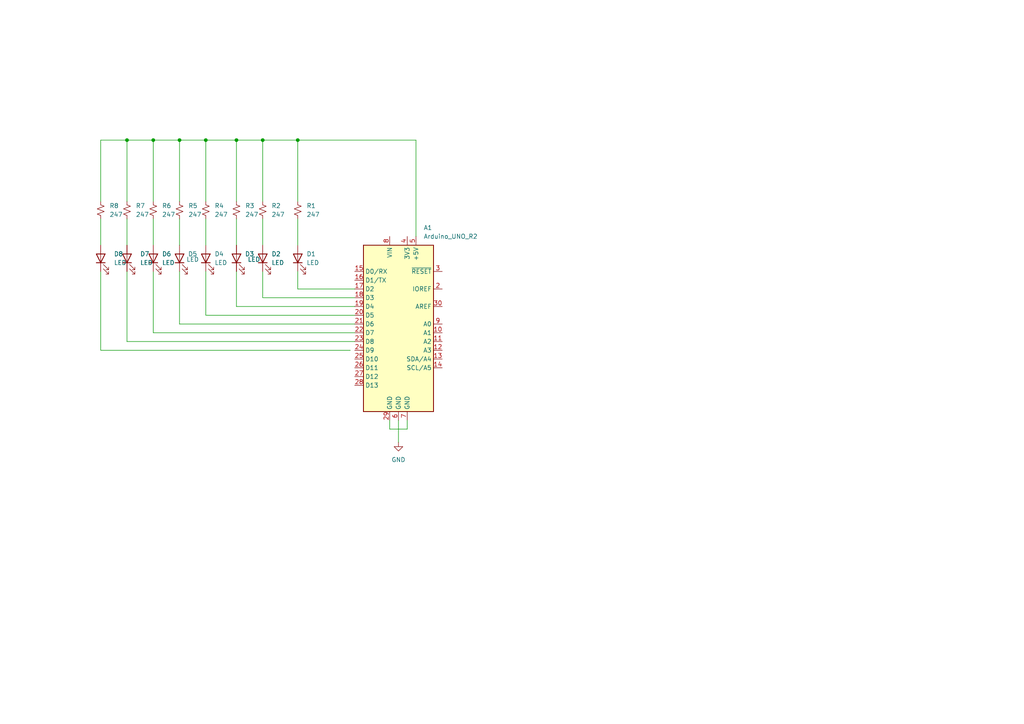
<source format=kicad_sch>
(kicad_sch (version 20230121) (generator eeschema)

  (uuid 8ac08205-34bd-4da9-9fc8-c5f859f4f146)

  (paper "A4")

  (title_block
    (title "ARDUINO UNO SHIELD")
    (date "2024-01-21")
    (rev "1")
    (company "SIMON MUNYUA MUGO")
    (comment 1 "MUMIAS WEST TECHINAL COLLEGAGE")
  )

  (lib_symbols
    (symbol "Device:LED" (pin_numbers hide) (pin_names (offset 1.016) hide) (in_bom yes) (on_board yes)
      (property "Reference" "D" (at 0 2.54 0)
        (effects (font (size 1.27 1.27)))
      )
      (property "Value" "LED" (at 0 -2.54 0)
        (effects (font (size 1.27 1.27)))
      )
      (property "Footprint" "" (at 0 0 0)
        (effects (font (size 1.27 1.27)) hide)
      )
      (property "Datasheet" "~" (at 0 0 0)
        (effects (font (size 1.27 1.27)) hide)
      )
      (property "ki_keywords" "LED diode" (at 0 0 0)
        (effects (font (size 1.27 1.27)) hide)
      )
      (property "ki_description" "Light emitting diode" (at 0 0 0)
        (effects (font (size 1.27 1.27)) hide)
      )
      (property "ki_fp_filters" "LED* LED_SMD:* LED_THT:*" (at 0 0 0)
        (effects (font (size 1.27 1.27)) hide)
      )
      (symbol "LED_0_1"
        (polyline
          (pts
            (xy -1.27 -1.27)
            (xy -1.27 1.27)
          )
          (stroke (width 0.254) (type default))
          (fill (type none))
        )
        (polyline
          (pts
            (xy -1.27 0)
            (xy 1.27 0)
          )
          (stroke (width 0) (type default))
          (fill (type none))
        )
        (polyline
          (pts
            (xy 1.27 -1.27)
            (xy 1.27 1.27)
            (xy -1.27 0)
            (xy 1.27 -1.27)
          )
          (stroke (width 0.254) (type default))
          (fill (type none))
        )
        (polyline
          (pts
            (xy -3.048 -0.762)
            (xy -4.572 -2.286)
            (xy -3.81 -2.286)
            (xy -4.572 -2.286)
            (xy -4.572 -1.524)
          )
          (stroke (width 0) (type default))
          (fill (type none))
        )
        (polyline
          (pts
            (xy -1.778 -0.762)
            (xy -3.302 -2.286)
            (xy -2.54 -2.286)
            (xy -3.302 -2.286)
            (xy -3.302 -1.524)
          )
          (stroke (width 0) (type default))
          (fill (type none))
        )
      )
      (symbol "LED_1_1"
        (pin passive line (at -3.81 0 0) (length 2.54)
          (name "K" (effects (font (size 1.27 1.27))))
          (number "1" (effects (font (size 1.27 1.27))))
        )
        (pin passive line (at 3.81 0 180) (length 2.54)
          (name "A" (effects (font (size 1.27 1.27))))
          (number "2" (effects (font (size 1.27 1.27))))
        )
      )
    )
    (symbol "Device:R_Small_US" (pin_numbers hide) (pin_names (offset 0.254) hide) (in_bom yes) (on_board yes)
      (property "Reference" "R" (at 0.762 0.508 0)
        (effects (font (size 1.27 1.27)) (justify left))
      )
      (property "Value" "R_Small_US" (at 0.762 -1.016 0)
        (effects (font (size 1.27 1.27)) (justify left))
      )
      (property "Footprint" "" (at 0 0 0)
        (effects (font (size 1.27 1.27)) hide)
      )
      (property "Datasheet" "~" (at 0 0 0)
        (effects (font (size 1.27 1.27)) hide)
      )
      (property "ki_keywords" "r resistor" (at 0 0 0)
        (effects (font (size 1.27 1.27)) hide)
      )
      (property "ki_description" "Resistor, small US symbol" (at 0 0 0)
        (effects (font (size 1.27 1.27)) hide)
      )
      (property "ki_fp_filters" "R_*" (at 0 0 0)
        (effects (font (size 1.27 1.27)) hide)
      )
      (symbol "R_Small_US_1_1"
        (polyline
          (pts
            (xy 0 0)
            (xy 1.016 -0.381)
            (xy 0 -0.762)
            (xy -1.016 -1.143)
            (xy 0 -1.524)
          )
          (stroke (width 0) (type default))
          (fill (type none))
        )
        (polyline
          (pts
            (xy 0 1.524)
            (xy 1.016 1.143)
            (xy 0 0.762)
            (xy -1.016 0.381)
            (xy 0 0)
          )
          (stroke (width 0) (type default))
          (fill (type none))
        )
        (pin passive line (at 0 2.54 270) (length 1.016)
          (name "~" (effects (font (size 1.27 1.27))))
          (number "1" (effects (font (size 1.27 1.27))))
        )
        (pin passive line (at 0 -2.54 90) (length 1.016)
          (name "~" (effects (font (size 1.27 1.27))))
          (number "2" (effects (font (size 1.27 1.27))))
        )
      )
    )
    (symbol "MCU_Module:Arduino_UNO_R2" (in_bom yes) (on_board yes)
      (property "Reference" "A" (at -10.16 23.495 0)
        (effects (font (size 1.27 1.27)) (justify left bottom))
      )
      (property "Value" "Arduino_UNO_R2" (at 5.08 -26.67 0)
        (effects (font (size 1.27 1.27)) (justify left top))
      )
      (property "Footprint" "Module:Arduino_UNO_R2" (at 0 0 0)
        (effects (font (size 1.27 1.27) italic) hide)
      )
      (property "Datasheet" "https://www.arduino.cc/en/Main/arduinoBoardUno" (at 0 0 0)
        (effects (font (size 1.27 1.27)) hide)
      )
      (property "ki_keywords" "Arduino UNO R3 Microcontroller Module Atmel AVR USB" (at 0 0 0)
        (effects (font (size 1.27 1.27)) hide)
      )
      (property "ki_description" "Arduino UNO Microcontroller Module, release 2" (at 0 0 0)
        (effects (font (size 1.27 1.27)) hide)
      )
      (property "ki_fp_filters" "Arduino*UNO*R2*" (at 0 0 0)
        (effects (font (size 1.27 1.27)) hide)
      )
      (symbol "Arduino_UNO_R2_0_1"
        (rectangle (start -10.16 22.86) (end 10.16 -25.4)
          (stroke (width 0.254) (type default))
          (fill (type background))
        )
      )
      (symbol "Arduino_UNO_R2_1_1"
        (pin no_connect line (at -10.16 -20.32 0) (length 2.54) hide
          (name "NC" (effects (font (size 1.27 1.27))))
          (number "1" (effects (font (size 1.27 1.27))))
        )
        (pin bidirectional line (at 12.7 -2.54 180) (length 2.54)
          (name "A1" (effects (font (size 1.27 1.27))))
          (number "10" (effects (font (size 1.27 1.27))))
        )
        (pin bidirectional line (at 12.7 -5.08 180) (length 2.54)
          (name "A2" (effects (font (size 1.27 1.27))))
          (number "11" (effects (font (size 1.27 1.27))))
        )
        (pin bidirectional line (at 12.7 -7.62 180) (length 2.54)
          (name "A3" (effects (font (size 1.27 1.27))))
          (number "12" (effects (font (size 1.27 1.27))))
        )
        (pin bidirectional line (at 12.7 -10.16 180) (length 2.54)
          (name "SDA/A4" (effects (font (size 1.27 1.27))))
          (number "13" (effects (font (size 1.27 1.27))))
        )
        (pin bidirectional line (at 12.7 -12.7 180) (length 2.54)
          (name "SCL/A5" (effects (font (size 1.27 1.27))))
          (number "14" (effects (font (size 1.27 1.27))))
        )
        (pin bidirectional line (at -12.7 15.24 0) (length 2.54)
          (name "D0/RX" (effects (font (size 1.27 1.27))))
          (number "15" (effects (font (size 1.27 1.27))))
        )
        (pin bidirectional line (at -12.7 12.7 0) (length 2.54)
          (name "D1/TX" (effects (font (size 1.27 1.27))))
          (number "16" (effects (font (size 1.27 1.27))))
        )
        (pin bidirectional line (at -12.7 10.16 0) (length 2.54)
          (name "D2" (effects (font (size 1.27 1.27))))
          (number "17" (effects (font (size 1.27 1.27))))
        )
        (pin bidirectional line (at -12.7 7.62 0) (length 2.54)
          (name "D3" (effects (font (size 1.27 1.27))))
          (number "18" (effects (font (size 1.27 1.27))))
        )
        (pin bidirectional line (at -12.7 5.08 0) (length 2.54)
          (name "D4" (effects (font (size 1.27 1.27))))
          (number "19" (effects (font (size 1.27 1.27))))
        )
        (pin output line (at 12.7 10.16 180) (length 2.54)
          (name "IOREF" (effects (font (size 1.27 1.27))))
          (number "2" (effects (font (size 1.27 1.27))))
        )
        (pin bidirectional line (at -12.7 2.54 0) (length 2.54)
          (name "D5" (effects (font (size 1.27 1.27))))
          (number "20" (effects (font (size 1.27 1.27))))
        )
        (pin bidirectional line (at -12.7 0 0) (length 2.54)
          (name "D6" (effects (font (size 1.27 1.27))))
          (number "21" (effects (font (size 1.27 1.27))))
        )
        (pin bidirectional line (at -12.7 -2.54 0) (length 2.54)
          (name "D7" (effects (font (size 1.27 1.27))))
          (number "22" (effects (font (size 1.27 1.27))))
        )
        (pin bidirectional line (at -12.7 -5.08 0) (length 2.54)
          (name "D8" (effects (font (size 1.27 1.27))))
          (number "23" (effects (font (size 1.27 1.27))))
        )
        (pin bidirectional line (at -12.7 -7.62 0) (length 2.54)
          (name "D9" (effects (font (size 1.27 1.27))))
          (number "24" (effects (font (size 1.27 1.27))))
        )
        (pin bidirectional line (at -12.7 -10.16 0) (length 2.54)
          (name "D10" (effects (font (size 1.27 1.27))))
          (number "25" (effects (font (size 1.27 1.27))))
        )
        (pin bidirectional line (at -12.7 -12.7 0) (length 2.54)
          (name "D11" (effects (font (size 1.27 1.27))))
          (number "26" (effects (font (size 1.27 1.27))))
        )
        (pin bidirectional line (at -12.7 -15.24 0) (length 2.54)
          (name "D12" (effects (font (size 1.27 1.27))))
          (number "27" (effects (font (size 1.27 1.27))))
        )
        (pin bidirectional line (at -12.7 -17.78 0) (length 2.54)
          (name "D13" (effects (font (size 1.27 1.27))))
          (number "28" (effects (font (size 1.27 1.27))))
        )
        (pin power_in line (at -2.54 -27.94 90) (length 2.54)
          (name "GND" (effects (font (size 1.27 1.27))))
          (number "29" (effects (font (size 1.27 1.27))))
        )
        (pin input line (at 12.7 15.24 180) (length 2.54)
          (name "~{RESET}" (effects (font (size 1.27 1.27))))
          (number "3" (effects (font (size 1.27 1.27))))
        )
        (pin input line (at 12.7 5.08 180) (length 2.54)
          (name "AREF" (effects (font (size 1.27 1.27))))
          (number "30" (effects (font (size 1.27 1.27))))
        )
        (pin power_out line (at 2.54 25.4 270) (length 2.54)
          (name "3V3" (effects (font (size 1.27 1.27))))
          (number "4" (effects (font (size 1.27 1.27))))
        )
        (pin power_out line (at 5.08 25.4 270) (length 2.54)
          (name "+5V" (effects (font (size 1.27 1.27))))
          (number "5" (effects (font (size 1.27 1.27))))
        )
        (pin power_in line (at 0 -27.94 90) (length 2.54)
          (name "GND" (effects (font (size 1.27 1.27))))
          (number "6" (effects (font (size 1.27 1.27))))
        )
        (pin power_in line (at 2.54 -27.94 90) (length 2.54)
          (name "GND" (effects (font (size 1.27 1.27))))
          (number "7" (effects (font (size 1.27 1.27))))
        )
        (pin power_in line (at -2.54 25.4 270) (length 2.54)
          (name "VIN" (effects (font (size 1.27 1.27))))
          (number "8" (effects (font (size 1.27 1.27))))
        )
        (pin bidirectional line (at 12.7 0 180) (length 2.54)
          (name "A0" (effects (font (size 1.27 1.27))))
          (number "9" (effects (font (size 1.27 1.27))))
        )
      )
    )
    (symbol "power:GND" (power) (pin_names (offset 0)) (in_bom yes) (on_board yes)
      (property "Reference" "#PWR" (at 0 -6.35 0)
        (effects (font (size 1.27 1.27)) hide)
      )
      (property "Value" "GND" (at 0 -3.81 0)
        (effects (font (size 1.27 1.27)))
      )
      (property "Footprint" "" (at 0 0 0)
        (effects (font (size 1.27 1.27)) hide)
      )
      (property "Datasheet" "" (at 0 0 0)
        (effects (font (size 1.27 1.27)) hide)
      )
      (property "ki_keywords" "global power" (at 0 0 0)
        (effects (font (size 1.27 1.27)) hide)
      )
      (property "ki_description" "Power symbol creates a global label with name \"GND\" , ground" (at 0 0 0)
        (effects (font (size 1.27 1.27)) hide)
      )
      (symbol "GND_0_1"
        (polyline
          (pts
            (xy 0 0)
            (xy 0 -1.27)
            (xy 1.27 -1.27)
            (xy 0 -2.54)
            (xy -1.27 -1.27)
            (xy 0 -1.27)
          )
          (stroke (width 0) (type default))
          (fill (type none))
        )
      )
      (symbol "GND_1_1"
        (pin power_in line (at 0 0 270) (length 0) hide
          (name "GND" (effects (font (size 1.27 1.27))))
          (number "1" (effects (font (size 1.27 1.27))))
        )
      )
    )
  )

  (junction (at 36.83 40.64) (diameter 0) (color 0 0 0 0)
    (uuid 0c61da14-8905-407b-a18a-0642c3b75b9f)
  )
  (junction (at 76.2 40.64) (diameter 0) (color 0 0 0 0)
    (uuid 48b55d13-3940-4b45-b6a0-c8476b64a26e)
  )
  (junction (at 68.58 40.64) (diameter 0) (color 0 0 0 0)
    (uuid 6c930835-14a6-49ca-8725-229ea9690006)
  )
  (junction (at 44.45 40.64) (diameter 0) (color 0 0 0 0)
    (uuid 7ff02bc3-59c3-4f22-9a4b-e4b04db42725)
  )
  (junction (at 52.07 40.64) (diameter 0) (color 0 0 0 0)
    (uuid add90259-14f3-4a9b-b5ea-f86f0ba2bf8d)
  )
  (junction (at 86.36 40.64) (diameter 0) (color 0 0 0 0)
    (uuid b61be2df-6073-416d-b81d-7718af0013c7)
  )
  (junction (at 59.69 40.64) (diameter 0) (color 0 0 0 0)
    (uuid bce34a9c-ef19-4423-8743-a44b17101ede)
  )

  (wire (pts (xy 29.21 78.74) (xy 29.21 101.6))
    (stroke (width 0) (type default))
    (uuid 02b3a12f-d32c-424e-8248-152a98585375)
  )
  (wire (pts (xy 52.07 93.98) (xy 102.87 93.98))
    (stroke (width 0) (type default))
    (uuid 0753cbaf-122a-4514-aa1b-85f0c594581b)
  )
  (wire (pts (xy 86.36 40.64) (xy 120.65 40.64))
    (stroke (width 0) (type default))
    (uuid 0dc2437a-b05f-4ff3-b8fd-706a3b315740)
  )
  (wire (pts (xy 76.2 86.36) (xy 102.87 86.36))
    (stroke (width 0) (type default))
    (uuid 1d1e0824-c5e8-41e8-9efc-8d92d9697e5e)
  )
  (wire (pts (xy 59.69 78.74) (xy 59.69 91.44))
    (stroke (width 0) (type default))
    (uuid 3603d438-f2b3-4cc6-9c55-e44529178a42)
  )
  (wire (pts (xy 68.58 63.5) (xy 68.58 71.12))
    (stroke (width 0) (type default))
    (uuid 3e2a7a2e-b848-4bbc-a13c-e9b46c0f6bf9)
  )
  (wire (pts (xy 120.65 68.58) (xy 120.65 40.64))
    (stroke (width 0) (type default))
    (uuid 3e50cda0-5e82-4a4e-bfb6-f5a31a514b75)
  )
  (wire (pts (xy 115.57 121.92) (xy 115.57 128.27))
    (stroke (width 0) (type default))
    (uuid 40fb7ec6-2c7a-473f-86cb-7acd41150405)
  )
  (wire (pts (xy 86.36 40.64) (xy 86.36 58.42))
    (stroke (width 0) (type default))
    (uuid 42a98bbc-e0a5-454a-b33e-b3adfc0ea89a)
  )
  (wire (pts (xy 59.69 91.44) (xy 102.87 91.44))
    (stroke (width 0) (type default))
    (uuid 460dd2f4-100b-4ef4-88df-c56593a943a6)
  )
  (wire (pts (xy 29.21 40.64) (xy 29.21 58.42))
    (stroke (width 0) (type default))
    (uuid 4c35be2f-7966-462b-9c11-0b4ecae9971f)
  )
  (wire (pts (xy 36.83 40.64) (xy 36.83 58.42))
    (stroke (width 0) (type default))
    (uuid 4cb8e719-3978-44e5-a5ec-3f10024bd713)
  )
  (wire (pts (xy 76.2 40.64) (xy 86.36 40.64))
    (stroke (width 0) (type default))
    (uuid 4e37bac0-3344-495b-9bdb-ee016c5bcb9a)
  )
  (wire (pts (xy 36.83 63.5) (xy 36.83 71.12))
    (stroke (width 0) (type default))
    (uuid 5f6567b6-8201-4c9a-aed1-dca9b2585a19)
  )
  (wire (pts (xy 76.2 78.74) (xy 76.2 86.36))
    (stroke (width 0) (type default))
    (uuid 5ff3ff39-0f71-4cbd-8e0d-37ca8520d6c8)
  )
  (wire (pts (xy 44.45 40.64) (xy 52.07 40.64))
    (stroke (width 0) (type default))
    (uuid 66db8bf0-8bbd-4fb7-bc91-e13b6c129a41)
  )
  (wire (pts (xy 76.2 63.5) (xy 76.2 71.12))
    (stroke (width 0) (type default))
    (uuid 6ac82a75-1636-419c-9f4a-196f3274308b)
  )
  (wire (pts (xy 68.58 78.74) (xy 68.58 88.9))
    (stroke (width 0) (type default))
    (uuid 6b0d674b-7e1c-4e2d-9a06-bcc72b459c2a)
  )
  (wire (pts (xy 29.21 63.5) (xy 29.21 71.12))
    (stroke (width 0) (type default))
    (uuid 6b660d65-f605-44ee-844e-5149052b7600)
  )
  (wire (pts (xy 36.83 78.74) (xy 36.83 99.06))
    (stroke (width 0) (type default))
    (uuid 7233f6b6-b85e-40d4-99f1-01e97da8d14d)
  )
  (wire (pts (xy 29.21 40.64) (xy 36.83 40.64))
    (stroke (width 0) (type default))
    (uuid 77a9f7b0-eef7-4cd0-a62b-34667ff537db)
  )
  (wire (pts (xy 86.36 63.5) (xy 86.36 71.12))
    (stroke (width 0) (type default))
    (uuid 78f14e9b-9dcb-4e20-a6ec-7c71593ef069)
  )
  (wire (pts (xy 59.69 63.5) (xy 59.69 71.12))
    (stroke (width 0) (type default))
    (uuid 849db5e6-4435-4d22-a616-1ec5a388f0ba)
  )
  (wire (pts (xy 52.07 40.64) (xy 59.69 40.64))
    (stroke (width 0) (type default))
    (uuid 84f91cb8-e6e9-4264-987e-d9ddaba3794c)
  )
  (wire (pts (xy 118.11 124.46) (xy 118.11 121.92))
    (stroke (width 0) (type default))
    (uuid 89252b5c-2cb8-4c81-b518-95407fcd467e)
  )
  (wire (pts (xy 44.45 96.52) (xy 102.87 96.52))
    (stroke (width 0) (type default))
    (uuid 926028c6-ca21-43cb-9cd5-9b71019a6a43)
  )
  (wire (pts (xy 76.2 40.64) (xy 76.2 58.42))
    (stroke (width 0) (type default))
    (uuid 9469230f-d806-4014-92d1-2ae93cac5e0d)
  )
  (wire (pts (xy 68.58 40.64) (xy 68.58 58.42))
    (stroke (width 0) (type default))
    (uuid 95c2eece-6cad-4eb2-8f49-77ce8d284bd6)
  )
  (wire (pts (xy 36.83 99.06) (xy 102.87 99.06))
    (stroke (width 0) (type default))
    (uuid 9606966e-542b-41ed-8c34-56a5f7c8633e)
  )
  (wire (pts (xy 52.07 78.74) (xy 52.07 93.98))
    (stroke (width 0) (type default))
    (uuid 99cbae3c-716a-4a20-999d-d6873c330724)
  )
  (wire (pts (xy 44.45 78.74) (xy 44.45 96.52))
    (stroke (width 0) (type default))
    (uuid 9b2f4f16-fac5-4737-b385-4391a01243cf)
  )
  (wire (pts (xy 86.36 83.82) (xy 102.87 83.82))
    (stroke (width 0) (type default))
    (uuid 9ce6afe3-37c6-4df6-82c6-ed20b357ca06)
  )
  (wire (pts (xy 113.03 121.92) (xy 113.03 124.46))
    (stroke (width 0) (type default))
    (uuid ab4b032b-15b1-4443-b4e3-0975c0cbc53c)
  )
  (wire (pts (xy 52.07 58.42) (xy 52.07 40.64))
    (stroke (width 0) (type default))
    (uuid b6502e14-163c-486b-a36a-1f98000d1ddf)
  )
  (wire (pts (xy 44.45 40.64) (xy 44.45 58.42))
    (stroke (width 0) (type default))
    (uuid bbbc01b5-cd12-4d68-8949-8cc5e31af250)
  )
  (wire (pts (xy 68.58 40.64) (xy 76.2 40.64))
    (stroke (width 0) (type default))
    (uuid bccfc961-ec79-4169-bb31-b58aaf45a2ae)
  )
  (wire (pts (xy 86.36 78.74) (xy 86.36 83.82))
    (stroke (width 0) (type default))
    (uuid beaf662a-6059-467e-8045-03df4d4c22d3)
  )
  (wire (pts (xy 59.69 40.64) (xy 68.58 40.64))
    (stroke (width 0) (type default))
    (uuid c656118a-399c-4843-9af8-d2b5c694b799)
  )
  (wire (pts (xy 59.69 40.64) (xy 59.69 58.42))
    (stroke (width 0) (type default))
    (uuid c74d6f94-122c-4779-8ca6-27b82f108a50)
  )
  (wire (pts (xy 29.21 101.6) (xy 101.6 101.6))
    (stroke (width 0) (type default))
    (uuid c773a773-0bd6-480e-91bb-61eb84274ac7)
  )
  (wire (pts (xy 113.03 124.46) (xy 118.11 124.46))
    (stroke (width 0) (type default))
    (uuid cfaf1794-9c66-4bf1-9342-8f93ce8ab167)
  )
  (wire (pts (xy 44.45 40.64) (xy 36.83 40.64))
    (stroke (width 0) (type default))
    (uuid e293d433-00f1-4e74-90ea-83af964130ba)
  )
  (wire (pts (xy 52.07 63.5) (xy 52.07 71.12))
    (stroke (width 0) (type default))
    (uuid e3a995ac-f47c-4452-af7a-51899894c656)
  )
  (wire (pts (xy 44.45 63.5) (xy 44.45 71.12))
    (stroke (width 0) (type default))
    (uuid e4946b8e-a022-4fa8-913c-ee6b6ddd24ff)
  )
  (wire (pts (xy 68.58 88.9) (xy 102.87 88.9))
    (stroke (width 0) (type default))
    (uuid f7bb8ed3-7086-46be-945d-ad8beec2bf26)
  )

  (symbol (lib_id "Device:R_Small_US") (at 59.69 60.96 0) (unit 1)
    (in_bom yes) (on_board yes) (dnp no) (fields_autoplaced)
    (uuid 113e0424-feb1-4a18-8e5e-dbf5130d4bb1)
    (property "Reference" "R4" (at 62.23 59.69 0)
      (effects (font (size 1.27 1.27)) (justify left))
    )
    (property "Value" "247" (at 62.23 62.23 0)
      (effects (font (size 1.27 1.27)) (justify left))
    )
    (property "Footprint" "Resistor_SMD:R_0603_1608Metric" (at 59.69 60.96 0)
      (effects (font (size 1.27 1.27)) hide)
    )
    (property "Datasheet" "~" (at 59.69 60.96 0)
      (effects (font (size 1.27 1.27)) hide)
    )
    (pin "1" (uuid ec8bd80a-d3a5-4468-b529-6b7d9cf119ab))
    (pin "2" (uuid 034200e9-e2de-4919-9051-84bdf418bf96))
    (instances
      (project "HW_0"
        (path "/8ac08205-34bd-4da9-9fc8-c5f859f4f146"
          (reference "R4") (unit 1)
        )
      )
    )
  )

  (symbol (lib_id "Device:LED") (at 52.07 74.93 90) (unit 1)
    (in_bom yes) (on_board yes) (dnp no)
    (uuid 323c7e06-2887-4c4c-89e8-a1360af531b6)
    (property "Reference" "D5" (at 55.88 73.66 90)
      (effects (font (size 1.27 1.27)))
    )
    (property "Value" "LED" (at 55.88 75.2475 90)
      (effects (font (size 1.27 1.27)))
    )
    (property "Footprint" "LED_SMD:LED_0805_2012Metric" (at 52.07 74.93 0)
      (effects (font (size 1.27 1.27)) hide)
    )
    (property "Datasheet" "~" (at 52.07 74.93 0)
      (effects (font (size 1.27 1.27)) hide)
    )
    (pin "1" (uuid d0c12a11-bc3d-4dc0-97ee-dc06b5ebcb4a))
    (pin "2" (uuid bb6479f2-2e2e-45b6-b5ae-b89662fbf68c))
    (instances
      (project "HW_0"
        (path "/8ac08205-34bd-4da9-9fc8-c5f859f4f146"
          (reference "D5") (unit 1)
        )
      )
    )
  )

  (symbol (lib_id "Device:LED") (at 68.58 74.93 90) (unit 1)
    (in_bom yes) (on_board yes) (dnp no)
    (uuid 352c73f1-390b-443f-a147-7b72cf7c6176)
    (property "Reference" "D3" (at 72.39 73.66 90)
      (effects (font (size 1.27 1.27)))
    )
    (property "Value" "LED" (at 73.66 75.2475 90)
      (effects (font (size 1.27 1.27)))
    )
    (property "Footprint" "LED_SMD:LED_0805_2012Metric" (at 68.58 74.93 0)
      (effects (font (size 1.27 1.27)) hide)
    )
    (property "Datasheet" "~" (at 68.58 74.93 0)
      (effects (font (size 1.27 1.27)) hide)
    )
    (pin "1" (uuid d0c12a11-bc3d-4dc0-97ee-dc06b5ebcb4a))
    (pin "2" (uuid bb6479f2-2e2e-45b6-b5ae-b89662fbf68c))
    (instances
      (project "HW_0"
        (path "/8ac08205-34bd-4da9-9fc8-c5f859f4f146"
          (reference "D3") (unit 1)
        )
      )
    )
  )

  (symbol (lib_id "Device:R_Small_US") (at 76.2 60.96 0) (unit 1)
    (in_bom yes) (on_board yes) (dnp no)
    (uuid 3815ef64-5fdc-443d-bff0-d072b02fbc14)
    (property "Reference" "R2" (at 78.74 59.69 0)
      (effects (font (size 1.27 1.27)) (justify left))
    )
    (property "Value" "247" (at 78.74 62.23 0)
      (effects (font (size 1.27 1.27)) (justify left))
    )
    (property "Footprint" "Resistor_SMD:R_0603_1608Metric" (at 76.2 60.96 0)
      (effects (font (size 1.27 1.27)) hide)
    )
    (property "Datasheet" "~" (at 76.2 60.96 0)
      (effects (font (size 1.27 1.27)) hide)
    )
    (pin "1" (uuid a3aa759f-6e7a-4c34-a353-d9fd3bc59e16))
    (pin "2" (uuid d22caa46-027a-4bd4-b937-124396d34b28))
    (instances
      (project "HW_0"
        (path "/8ac08205-34bd-4da9-9fc8-c5f859f4f146"
          (reference "R2") (unit 1)
        )
      )
    )
  )

  (symbol (lib_id "Device:LED") (at 36.83 74.93 90) (unit 1)
    (in_bom yes) (on_board yes) (dnp no)
    (uuid 4a84da87-6251-480f-a06b-22a019f03a5c)
    (property "Reference" "D7" (at 40.64 73.66 90)
      (effects (font (size 1.27 1.27)) (justify right))
    )
    (property "Value" "LED" (at 40.64 76.2 90)
      (effects (font (size 1.27 1.27)) (justify right))
    )
    (property "Footprint" "LED_SMD:LED_0805_2012Metric" (at 36.83 74.93 0)
      (effects (font (size 1.27 1.27)) hide)
    )
    (property "Datasheet" "~" (at 36.83 74.93 0)
      (effects (font (size 1.27 1.27)) hide)
    )
    (pin "1" (uuid d0c12a11-bc3d-4dc0-97ee-dc06b5ebcb4a))
    (pin "2" (uuid bb6479f2-2e2e-45b6-b5ae-b89662fbf68c))
    (instances
      (project "HW_0"
        (path "/8ac08205-34bd-4da9-9fc8-c5f859f4f146"
          (reference "D7") (unit 1)
        )
      )
    )
  )

  (symbol (lib_id "Device:R_Small_US") (at 44.45 60.96 0) (unit 1)
    (in_bom yes) (on_board yes) (dnp no) (fields_autoplaced)
    (uuid 661b71d0-591c-4f1d-8670-69d9e8b2e0df)
    (property "Reference" "R6" (at 46.99 59.69 0)
      (effects (font (size 1.27 1.27)) (justify left))
    )
    (property "Value" "247" (at 46.99 62.23 0)
      (effects (font (size 1.27 1.27)) (justify left))
    )
    (property "Footprint" "Resistor_SMD:R_0603_1608Metric" (at 44.45 60.96 0)
      (effects (font (size 1.27 1.27)) hide)
    )
    (property "Datasheet" "~" (at 44.45 60.96 0)
      (effects (font (size 1.27 1.27)) hide)
    )
    (pin "1" (uuid c5a6db3a-81bd-49a5-b5e4-b49c106ff895))
    (pin "2" (uuid 7cccec29-2647-4d45-a1b2-c3bcf63a7082))
    (instances
      (project "HW_0"
        (path "/8ac08205-34bd-4da9-9fc8-c5f859f4f146"
          (reference "R6") (unit 1)
        )
      )
    )
  )

  (symbol (lib_id "MCU_Module:Arduino_UNO_R2") (at 115.57 93.98 0) (unit 1)
    (in_bom yes) (on_board yes) (dnp no) (fields_autoplaced)
    (uuid 860b66bb-e040-4162-a38d-5e49336f287e)
    (property "Reference" "A1" (at 122.8441 66.04 0)
      (effects (font (size 1.27 1.27)) (justify left))
    )
    (property "Value" "Arduino_UNO_R2" (at 122.8441 68.58 0)
      (effects (font (size 1.27 1.27)) (justify left))
    )
    (property "Footprint" "Module:Arduino_UNO_R2" (at 115.57 93.98 0)
      (effects (font (size 1.27 1.27) italic) hide)
    )
    (property "Datasheet" "https://www.arduino.cc/en/Main/arduinoBoardUno" (at 115.57 93.98 0)
      (effects (font (size 1.27 1.27)) hide)
    )
    (pin "11" (uuid 78791ee8-fb03-4bd3-8e8f-0c384d6cc105))
    (pin "19" (uuid 3339a35c-4d66-4f96-8a24-9e711944977b))
    (pin "20" (uuid ab0b1442-37cc-4b6d-a3a5-ac25bc01778a))
    (pin "25" (uuid 1af0d443-a7df-4705-b061-0454d890c30b))
    (pin "1" (uuid 8b62dad6-8c40-4298-8ab6-0cb2e7b9485d))
    (pin "30" (uuid a8a418c5-6a4d-4e86-b583-ddf19f1c534f))
    (pin "2" (uuid d888ae7a-1570-43a2-bd58-2f6f3433d4a3))
    (pin "13" (uuid fcd9a33d-b7d6-4319-af3f-3da15f8d8495))
    (pin "24" (uuid 1b7120a2-ce93-47f9-b87e-34f6bfc91a37))
    (pin "9" (uuid b45383a1-5167-4cec-92f4-85ec8913b3f6))
    (pin "21" (uuid 575bac85-ba41-4d08-b687-f4c6da1af0f1))
    (pin "10" (uuid 0d3dbb3d-412a-4a19-b112-3ea895f8837c))
    (pin "4" (uuid 91da50e0-0acd-4fcb-954c-cedf3beeca96))
    (pin "6" (uuid 2e2f44ef-24fb-46ba-a53c-ad89b975b3d5))
    (pin "12" (uuid a7d98166-e74b-4193-939d-f9e0087f1425))
    (pin "23" (uuid a5568780-c6cd-40f2-a812-1a29564fa5a7))
    (pin "5" (uuid feed4206-3b74-4549-a4fa-b3e0ec9398a7))
    (pin "15" (uuid 90b897a7-d9ac-4687-8f2c-1c04c427076f))
    (pin "26" (uuid a51a2a32-2caf-460a-b2e2-e2d6c0182951))
    (pin "22" (uuid 794e8527-3814-4aa4-bda6-c33aa5e51d9a))
    (pin "16" (uuid b6f128c7-f524-405a-af2a-a06e66638ddd))
    (pin "29" (uuid 5a4ce751-6430-4a68-9ccd-0d6bcf5420e0))
    (pin "3" (uuid 2607d5be-d900-4f13-a41a-28cbefab2097))
    (pin "17" (uuid 31378700-5d66-41f5-b823-32bea41fdbf7))
    (pin "7" (uuid 58a251ca-56d6-41f0-8bcd-03bf0283eb99))
    (pin "27" (uuid 6c8b0803-f6b9-4c80-82fb-c112aa6e59fd))
    (pin "14" (uuid c8615b59-9154-4847-ba1f-c956cfcdceda))
    (pin "28" (uuid 34ad1a0f-d46d-43c0-8aa0-e6cba0c1dcb6))
    (pin "18" (uuid 35d7cbf6-16ea-4a40-af9e-d868d3daac5c))
    (pin "8" (uuid c31b941d-ed2d-4709-a296-e0a5835ae608))
    (instances
      (project "HW_0"
        (path "/8ac08205-34bd-4da9-9fc8-c5f859f4f146"
          (reference "A1") (unit 1)
        )
      )
    )
  )

  (symbol (lib_id "Device:LED") (at 29.21 74.93 90) (unit 1)
    (in_bom yes) (on_board yes) (dnp no)
    (uuid 89c71ab3-4166-4c1f-9584-067540639a8b)
    (property "Reference" "D8" (at 33.02 73.66 90)
      (effects (font (size 1.27 1.27)) (justify right))
    )
    (property "Value" "LED" (at 33.02 76.2 90)
      (effects (font (size 1.27 1.27)) (justify right))
    )
    (property "Footprint" "LED_SMD:LED_0805_2012Metric" (at 29.21 74.93 0)
      (effects (font (size 1.27 1.27)) hide)
    )
    (property "Datasheet" "~" (at 29.21 74.93 0)
      (effects (font (size 1.27 1.27)) hide)
    )
    (pin "1" (uuid ab498415-3f88-4bc0-9ab9-806f5f6d32c7))
    (pin "2" (uuid 6dba2561-d80e-432e-a1ad-b12863023d02))
    (instances
      (project "HW_0"
        (path "/8ac08205-34bd-4da9-9fc8-c5f859f4f146"
          (reference "D8") (unit 1)
        )
      )
    )
  )

  (symbol (lib_id "Device:LED") (at 76.2 74.93 90) (unit 1)
    (in_bom yes) (on_board yes) (dnp no)
    (uuid 8a6387b5-fd08-4935-ae7d-95d0fbdbf83d)
    (property "Reference" "D2" (at 78.74 73.66 90)
      (effects (font (size 1.27 1.27)) (justify right))
    )
    (property "Value" "LED" (at 78.74 76.2 90)
      (effects (font (size 1.27 1.27)) (justify right))
    )
    (property "Footprint" "LED_SMD:LED_0805_2012Metric" (at 76.2 74.93 0)
      (effects (font (size 1.27 1.27)) hide)
    )
    (property "Datasheet" "~" (at 76.2 74.93 0)
      (effects (font (size 1.27 1.27)) hide)
    )
    (pin "1" (uuid b8c4dc09-8356-4ff4-925d-31f176a59c7e))
    (pin "2" (uuid 2f6b95bf-263e-4d8a-adc2-6bc9d5c88690))
    (instances
      (project "HW_0"
        (path "/8ac08205-34bd-4da9-9fc8-c5f859f4f146"
          (reference "D2") (unit 1)
        )
      )
    )
  )

  (symbol (lib_id "Device:LED") (at 86.36 74.93 90) (unit 1)
    (in_bom yes) (on_board yes) (dnp no)
    (uuid 97f53c8e-418f-4531-b367-7bd54f2ff3df)
    (property "Reference" "D1" (at 88.9 73.66 90)
      (effects (font (size 1.27 1.27)) (justify right))
    )
    (property "Value" "LED" (at 88.9 76.2 90)
      (effects (font (size 1.27 1.27)) (justify right))
    )
    (property "Footprint" "LED_SMD:LED_0805_2012Metric" (at 86.36 74.93 0)
      (effects (font (size 1.27 1.27)) hide)
    )
    (property "Datasheet" "~" (at 86.36 74.93 0)
      (effects (font (size 1.27 1.27)) hide)
    )
    (pin "2" (uuid ff88e1e8-823a-45ed-87a3-edf56aa9de75))
    (pin "1" (uuid ec73c71c-eec2-4322-8ca5-e85e6eae2600))
    (instances
      (project "HW_0"
        (path "/8ac08205-34bd-4da9-9fc8-c5f859f4f146"
          (reference "D1") (unit 1)
        )
      )
    )
  )

  (symbol (lib_id "Device:LED") (at 44.45 74.93 90) (unit 1)
    (in_bom yes) (on_board yes) (dnp no)
    (uuid a78a11c6-f16f-4f04-a2c9-31412619590a)
    (property "Reference" "D6" (at 46.99 73.66 90)
      (effects (font (size 1.27 1.27)) (justify right))
    )
    (property "Value" "LED" (at 46.99 76.2 90)
      (effects (font (size 1.27 1.27)) (justify right))
    )
    (property "Footprint" "LED_SMD:LED_0805_2012Metric" (at 44.45 74.93 0)
      (effects (font (size 1.27 1.27)) hide)
    )
    (property "Datasheet" "~" (at 44.45 74.93 0)
      (effects (font (size 1.27 1.27)) hide)
    )
    (pin "1" (uuid d0c12a11-bc3d-4dc0-97ee-dc06b5ebcb4a))
    (pin "2" (uuid bb6479f2-2e2e-45b6-b5ae-b89662fbf68c))
    (instances
      (project "HW_0"
        (path "/8ac08205-34bd-4da9-9fc8-c5f859f4f146"
          (reference "D6") (unit 1)
        )
      )
    )
  )

  (symbol (lib_id "Device:R_Small_US") (at 68.58 60.96 0) (unit 1)
    (in_bom yes) (on_board yes) (dnp no) (fields_autoplaced)
    (uuid ac994ca5-32a9-462c-8a57-80e42db46a95)
    (property "Reference" "R3" (at 71.12 59.69 0)
      (effects (font (size 1.27 1.27)) (justify left))
    )
    (property "Value" "247" (at 71.12 62.23 0)
      (effects (font (size 1.27 1.27)) (justify left))
    )
    (property "Footprint" "Resistor_SMD:R_0603_1608Metric" (at 68.58 60.96 0)
      (effects (font (size 1.27 1.27)) hide)
    )
    (property "Datasheet" "~" (at 68.58 60.96 0)
      (effects (font (size 1.27 1.27)) hide)
    )
    (pin "1" (uuid 963248dc-394a-44db-9b7e-702b55505282))
    (pin "2" (uuid f74626eb-7343-4005-8cac-74efc636ceba))
    (instances
      (project "HW_0"
        (path "/8ac08205-34bd-4da9-9fc8-c5f859f4f146"
          (reference "R3") (unit 1)
        )
      )
    )
  )

  (symbol (lib_id "Device:R_Small_US") (at 36.83 60.96 0) (unit 1)
    (in_bom yes) (on_board yes) (dnp no) (fields_autoplaced)
    (uuid c4f24053-de71-4be8-9fe3-4243efa72e33)
    (property "Reference" "R7" (at 39.37 59.69 0)
      (effects (font (size 1.27 1.27)) (justify left))
    )
    (property "Value" "247" (at 39.37 62.23 0)
      (effects (font (size 1.27 1.27)) (justify left))
    )
    (property "Footprint" "Resistor_SMD:R_0603_1608Metric" (at 36.83 60.96 0)
      (effects (font (size 1.27 1.27)) hide)
    )
    (property "Datasheet" "~" (at 36.83 60.96 0)
      (effects (font (size 1.27 1.27)) hide)
    )
    (pin "1" (uuid 8755d3e9-e50f-4ab4-bfdd-9b85471218ec))
    (pin "2" (uuid f693e54f-318a-458b-91ae-cc76338964e2))
    (instances
      (project "HW_0"
        (path "/8ac08205-34bd-4da9-9fc8-c5f859f4f146"
          (reference "R7") (unit 1)
        )
      )
    )
  )

  (symbol (lib_id "Device:R_Small_US") (at 29.21 60.96 0) (unit 1)
    (in_bom yes) (on_board yes) (dnp no) (fields_autoplaced)
    (uuid c82ed614-3149-4ba7-b7ff-e9acaa9a11dd)
    (property "Reference" "R8" (at 31.75 59.69 0)
      (effects (font (size 1.27 1.27)) (justify left))
    )
    (property "Value" "247" (at 31.75 62.23 0)
      (effects (font (size 1.27 1.27)) (justify left))
    )
    (property "Footprint" "Resistor_SMD:R_0603_1608Metric" (at 29.21 60.96 0)
      (effects (font (size 1.27 1.27)) hide)
    )
    (property "Datasheet" "~" (at 29.21 60.96 0)
      (effects (font (size 1.27 1.27)) hide)
    )
    (pin "1" (uuid db55d5ad-933f-4b32-b101-3c5ee7c7d308))
    (pin "2" (uuid 303b2632-0520-4df1-aef9-8f15e7b01398))
    (instances
      (project "HW_0"
        (path "/8ac08205-34bd-4da9-9fc8-c5f859f4f146"
          (reference "R8") (unit 1)
        )
      )
    )
  )

  (symbol (lib_id "Device:R_Small_US") (at 52.07 60.96 0) (unit 1)
    (in_bom yes) (on_board yes) (dnp no) (fields_autoplaced)
    (uuid e2100570-b81f-412d-9157-7cb4d8eb8497)
    (property "Reference" "R5" (at 54.61 59.69 0)
      (effects (font (size 1.27 1.27)) (justify left))
    )
    (property "Value" "247" (at 54.61 62.23 0)
      (effects (font (size 1.27 1.27)) (justify left))
    )
    (property "Footprint" "Resistor_SMD:R_0603_1608Metric" (at 52.07 60.96 0)
      (effects (font (size 1.27 1.27)) hide)
    )
    (property "Datasheet" "~" (at 52.07 60.96 0)
      (effects (font (size 1.27 1.27)) hide)
    )
    (pin "1" (uuid 64d327a6-3153-45bf-ba5b-69505f413640))
    (pin "2" (uuid 2da31cec-731c-4670-a341-b4c90eb81d5f))
    (instances
      (project "HW_0"
        (path "/8ac08205-34bd-4da9-9fc8-c5f859f4f146"
          (reference "R5") (unit 1)
        )
      )
    )
  )

  (symbol (lib_id "Device:LED") (at 59.69 74.93 90) (unit 1)
    (in_bom yes) (on_board yes) (dnp no)
    (uuid e5532f27-1100-4920-98a9-7b6340bbb7ba)
    (property "Reference" "D4" (at 62.23 73.66 90)
      (effects (font (size 1.27 1.27)) (justify right))
    )
    (property "Value" "LED" (at 62.23 76.2 90)
      (effects (font (size 1.27 1.27)) (justify right))
    )
    (property "Footprint" "LED_SMD:LED_0805_2012Metric" (at 59.69 74.93 0)
      (effects (font (size 1.27 1.27)) hide)
    )
    (property "Datasheet" "~" (at 59.69 74.93 0)
      (effects (font (size 1.27 1.27)) hide)
    )
    (pin "1" (uuid d0c12a11-bc3d-4dc0-97ee-dc06b5ebcb4a))
    (pin "2" (uuid bb6479f2-2e2e-45b6-b5ae-b89662fbf68c))
    (instances
      (project "HW_0"
        (path "/8ac08205-34bd-4da9-9fc8-c5f859f4f146"
          (reference "D4") (unit 1)
        )
      )
    )
  )

  (symbol (lib_id "Device:R_Small_US") (at 86.36 60.96 0) (unit 1)
    (in_bom yes) (on_board yes) (dnp no) (fields_autoplaced)
    (uuid e5600a55-3281-47a2-a161-068feca27c3e)
    (property "Reference" "R1" (at 88.9 59.69 0)
      (effects (font (size 1.27 1.27)) (justify left))
    )
    (property "Value" "247" (at 88.9 62.23 0)
      (effects (font (size 1.27 1.27)) (justify left))
    )
    (property "Footprint" "Resistor_SMD:R_0603_1608Metric" (at 86.36 60.96 0)
      (effects (font (size 1.27 1.27)) hide)
    )
    (property "Datasheet" "~" (at 86.36 60.96 0)
      (effects (font (size 1.27 1.27)) hide)
    )
    (pin "1" (uuid d59a040f-8eb1-4970-b5e2-9eb185117ce6))
    (pin "2" (uuid c50aca67-c1d7-4d9e-bf72-48bc9f7a7591))
    (instances
      (project "HW_0"
        (path "/8ac08205-34bd-4da9-9fc8-c5f859f4f146"
          (reference "R1") (unit 1)
        )
      )
    )
  )

  (symbol (lib_id "power:GND") (at 115.57 128.27 0) (unit 1)
    (in_bom yes) (on_board yes) (dnp no) (fields_autoplaced)
    (uuid f48ee6e9-5d1e-44f2-9a53-0095c97b9ca5)
    (property "Reference" "#PWR01" (at 115.57 134.62 0)
      (effects (font (size 1.27 1.27)) hide)
    )
    (property "Value" "GND" (at 115.57 133.35 0)
      (effects (font (size 1.27 1.27)))
    )
    (property "Footprint" "" (at 115.57 128.27 0)
      (effects (font (size 1.27 1.27)) hide)
    )
    (property "Datasheet" "" (at 115.57 128.27 0)
      (effects (font (size 1.27 1.27)) hide)
    )
    (pin "1" (uuid be44404a-c675-400f-bc0e-df75c94e7241))
    (instances
      (project "HW_0"
        (path "/8ac08205-34bd-4da9-9fc8-c5f859f4f146"
          (reference "#PWR01") (unit 1)
        )
      )
    )
  )

  (sheet_instances
    (path "/" (page "1"))
  )
)

</source>
